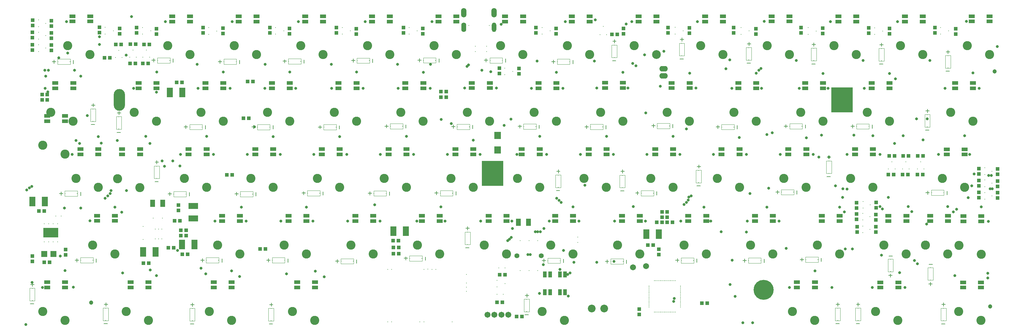
<source format=gbs>
G04 Layer_Color=8150272*
%FSLAX44Y44*%
%MOMM*%
G71*
G01*
G75*
%ADD10C,0.1000*%
%ADD19C,0.2032*%
%ADD53C,1.2032*%
%ADD54C,1.7032*%
%ADD55C,1.7032*%
%ADD56C,2.6032*%
%ADD57C,2.5032*%
%ADD58C,1.4032*%
%ADD59C,0.2032*%
%ADD60O,1.3032X2.7032*%
%ADD61O,1.4032X2.7032*%
%ADD62O,1.5032X2.7032*%
%ADD63O,2.4032X1.6032*%
%ADD64C,5.7032*%
%ADD65C,2.2032*%
%ADD66R,6.2032X7.2032*%
%ADD67C,0.8032*%
%ADD68R,1.7032X1.0032*%
%ADD69R,1.0032X1.7032*%
%ADD70O,3.2032X6.2032*%
%ADD71R,1.1032X1.1032*%
%ADD72R,1.1032X1.1032*%
%ADD73R,1.1032X1.1032*%
%ADD74R,1.1032X1.1032*%
%ADD75R,1.7272X2.7432*%
%ADD76R,1.4032X2.0032*%
%ADD77R,4.2032X2.7032*%
%ADD78R,2.7432X1.7272*%
%ADD79R,1.7032X1.7032*%
%ADD80R,1.8532X2.0532*%
%ADD81C,0.1600*%
D10*
X1498316Y2473932D02*
Y2509932D01*
X1483316Y2473932D02*
Y2509932D01*
X1498316D02*
X1483316D01*
X1498316Y2473932D02*
X1483316D01*
X3591022Y2243740D02*
X3576022Y2243740D01*
X3591022Y2207740D02*
X3576022Y2207740D01*
X3591022Y2207740D02*
Y2243740D01*
X3576022Y2207740D02*
Y2243740D01*
X3754598Y2789400D02*
X3739598Y2789400D01*
X3754598Y2825400D02*
X3739598Y2825400D01*
Y2789400D02*
Y2825400D01*
X3754598Y2789400D02*
Y2825400D01*
X3564861Y2809974D02*
Y2845974D01*
X3549861Y2809974D02*
Y2845974D01*
X3564861Y2845974D02*
X3549861Y2845974D01*
X3564861Y2809974D02*
X3549861Y2809974D01*
X3371820Y2810482D02*
X3356820Y2810482D01*
X3371820Y2846482D02*
X3356820Y2846482D01*
Y2810482D02*
Y2846482D01*
X3371820Y2810482D02*
Y2846482D01*
X3186908Y2812260D02*
X3171908D01*
X3186908Y2848260D02*
X3171908D01*
Y2812260D02*
Y2848260D01*
X3186908Y2812260D02*
Y2848260D01*
X2995646Y2824706D02*
X2980646D01*
X2995646Y2860706D02*
X2980646D01*
Y2824706D02*
Y2860706D01*
X2995646Y2824706D02*
Y2860706D01*
X2803114Y2819626D02*
X2788114D01*
X2803114Y2855626D02*
X2788114D01*
Y2819626D02*
Y2855626D01*
X2803114Y2819626D02*
Y2855626D01*
X2668860Y2800214D02*
Y2815214D01*
X2632860Y2800214D02*
Y2815214D01*
X2668860Y2800214D02*
X2632860D01*
X2668860Y2815214D02*
X2632860D01*
X2476860Y2803964D02*
Y2818964D01*
X2440860Y2803964D02*
Y2818964D01*
X2476860Y2803964D02*
X2440860D01*
X2476860Y2818964D02*
X2440860D01*
X2286860Y2804214D02*
Y2819214D01*
X2250860Y2804214D02*
Y2819214D01*
X2286860Y2804214D02*
X2250860D01*
X2286860Y2819214D02*
X2250860D01*
X2097860Y2803464D02*
Y2818464D01*
X2061860Y2803464D02*
Y2818464D01*
X2097860Y2803464D02*
X2061860D01*
X2097860Y2818464D02*
X2061860D01*
X1902360Y2801214D02*
Y2816214D01*
X1866360Y2801214D02*
Y2816214D01*
X1902360Y2801214D02*
X1866360D01*
X1902360Y2816214D02*
X1866360D01*
X1718110Y2800214D02*
Y2815214D01*
X1682110Y2800214D02*
Y2815214D01*
X1718110Y2800214D02*
X1682110D01*
X1718110Y2815214D02*
X1682110D01*
X1528610Y2803964D02*
Y2818964D01*
X1492610Y2803964D02*
Y2818964D01*
X1528610Y2803964D02*
X1492610D01*
X1528610Y2818964D02*
X1492610D01*
X1244360Y2800214D02*
Y2815214D01*
X1208360Y2800214D02*
Y2815214D01*
X1244360Y2800214D02*
X1208360D01*
X1244360Y2815214D02*
X1208360D01*
X3695924Y2620998D02*
X3680924Y2620998D01*
X3695924Y2656998D02*
X3680924Y2656998D01*
Y2620998D02*
Y2656998D01*
X3695924Y2620998D02*
Y2656998D01*
X3522360Y2615464D02*
Y2630464D01*
X3486360Y2615464D02*
Y2630464D01*
X3522360Y2615464D02*
X3486360D01*
X3522360Y2630464D02*
X3486360D01*
X3331610Y2615714D02*
Y2630714D01*
X3295610Y2615714D02*
Y2630714D01*
X3331610Y2615714D02*
X3295610D01*
X3331610Y2630714D02*
X3295610D01*
X3137610Y2628714D02*
X3101610D01*
X3137610Y2613714D02*
X3101610D01*
Y2628714D01*
X3137610Y2613714D02*
Y2628714D01*
X2953860Y2616714D02*
Y2631714D01*
X2917860Y2616714D02*
Y2631714D01*
X2953860Y2616714D02*
X2917860D01*
X2953860Y2631714D02*
X2917860D01*
X2763360Y2613964D02*
Y2628964D01*
X2727361Y2613964D02*
Y2628964D01*
X2763360Y2613964D02*
X2727361D01*
X2763360Y2628964D02*
X2727361D01*
X2572860Y2614964D02*
Y2629964D01*
X2536860Y2614964D02*
Y2629964D01*
X2572860Y2614964D02*
X2536860D01*
X2572860Y2629964D02*
X2536860D01*
X2383110Y2614214D02*
Y2629214D01*
X2347110Y2614214D02*
Y2629214D01*
X2383110Y2614214D02*
X2347110D01*
X2383110Y2629214D02*
X2347110D01*
X2192610Y2615714D02*
Y2630714D01*
X2156610Y2615714D02*
Y2630714D01*
X2192610Y2615714D02*
X2156610D01*
X2192610Y2630714D02*
X2156610D01*
X2003110Y2613214D02*
Y2628214D01*
X1967110Y2613214D02*
Y2628214D01*
X2003110Y2613214D02*
X1967110D01*
X2003110Y2628214D02*
X1967110D01*
X1813860Y2613464D02*
Y2628464D01*
X1777860Y2613464D02*
Y2628464D01*
X1813860Y2613464D02*
X1777860D01*
X1813860Y2628464D02*
X1777860D01*
X1620860Y2613714D02*
Y2628714D01*
X1584860Y2613714D02*
Y2628714D01*
X1620860Y2613714D02*
X1584860D01*
X1620860Y2628714D02*
X1584860D01*
X1390366Y2614902D02*
Y2650902D01*
X1375366Y2614902D02*
Y2650902D01*
X1390366D02*
X1375366D01*
X1390366Y2614902D02*
X1375366D01*
X1316706Y2637254D02*
X1301706Y2637254D01*
X1316706Y2673254D02*
X1301706Y2673254D01*
Y2637254D02*
Y2673254D01*
X1316706Y2637254D02*
Y2673254D01*
X1309610Y2247964D02*
X1273610D01*
X1309610Y2232964D02*
X1273610D01*
Y2247964D01*
X1309610Y2232964D02*
Y2247964D01*
X3735860Y2425964D02*
Y2440964D01*
X3699861Y2425964D02*
Y2440964D01*
X3735860Y2425964D02*
X3699861D01*
X3735860Y2440964D02*
X3699861D01*
X3415000Y2488410D02*
X3400000Y2488410D01*
X3415000Y2524410D02*
X3400000Y2524410D01*
Y2488410D02*
Y2524410D01*
X3415000Y2488410D02*
Y2524410D01*
X3307832Y2427493D02*
Y2442493D01*
X3271832Y2427493D02*
Y2442493D01*
X3307832Y2427493D02*
X3271832D01*
X3307832Y2442493D02*
X3271832D01*
X3043611Y2461964D02*
X3028611D01*
X3043611Y2497964D02*
X3028611D01*
Y2461964D02*
Y2497964D01*
X3043611Y2461964D02*
Y2497964D01*
X2907860Y2424714D02*
Y2439714D01*
X2871860Y2424714D02*
Y2439714D01*
X2907860Y2424714D02*
X2871860D01*
X2907860Y2439714D02*
X2871860D01*
X2826111Y2447714D02*
X2811111D01*
X2826111Y2483714D02*
X2811111D01*
Y2447714D02*
Y2483714D01*
X2826111Y2447714D02*
Y2483714D01*
X2643110Y2448214D02*
X2628110D01*
X2643110Y2484214D02*
X2628110D01*
Y2448214D02*
Y2484214D01*
X2643110Y2448214D02*
Y2484214D01*
X2335110Y2424714D02*
Y2439714D01*
X2299110Y2424714D02*
Y2439714D01*
X2335110Y2424714D02*
X2299110D01*
X2335110Y2439714D02*
X2299110D01*
X2145610Y2423964D02*
Y2438964D01*
X2109610Y2423964D02*
Y2438964D01*
X2145610Y2423964D02*
X2109610D01*
X2145610Y2438964D02*
X2109610D01*
X1956360Y2424464D02*
Y2439464D01*
X1920360Y2424464D02*
Y2439464D01*
X1956360Y2424464D02*
X1920360D01*
X1956360Y2439464D02*
X1920360D01*
X1765110Y2422214D02*
Y2437214D01*
X1729110Y2422214D02*
Y2437214D01*
X1765110Y2422214D02*
X1729110D01*
X1765110Y2437214D02*
X1729110D01*
X1575110Y2422214D02*
Y2437214D01*
X1539110Y2422214D02*
Y2437214D01*
X1575110Y2422214D02*
X1539110D01*
X1575110Y2437214D02*
X1539110D01*
X1264860Y2423464D02*
Y2438464D01*
X1228860Y2423464D02*
Y2438464D01*
X1264860Y2423464D02*
X1228860D01*
X1264860Y2438464D02*
X1228860D01*
X3705068Y2219610D02*
X3690068D01*
X3705068Y2183610D02*
X3690068D01*
X3705068D02*
Y2219610D01*
X3690068Y2183610D02*
Y2219610D01*
X3377110Y2234714D02*
Y2249714D01*
X3341111Y2234714D02*
Y2249714D01*
X3377110Y2234714D02*
X3341111D01*
X3377110Y2249714D02*
X3341111D01*
X3214154Y2232118D02*
Y2247118D01*
X3178154Y2232118D02*
Y2247118D01*
X3214154Y2232118D02*
X3178154D01*
X3214154Y2247118D02*
X3178154D01*
X3022130Y2232372D02*
Y2247372D01*
X2986130Y2232372D02*
Y2247372D01*
X3022130Y2232372D02*
X2986130D01*
X3022130Y2247372D02*
X2986130D01*
X2821610Y2229464D02*
Y2244464D01*
X2785610Y2229464D02*
Y2244464D01*
X2821610Y2229464D02*
X2785610D01*
X2821610Y2244464D02*
X2785610D01*
X2641892Y2231864D02*
Y2246864D01*
X2605892Y2231864D02*
Y2246864D01*
X2641892Y2231864D02*
X2605892D01*
X2641892Y2246864D02*
X2605892D01*
X2384610Y2285214D02*
Y2321214D01*
X2369610Y2285214D02*
Y2321214D01*
X2384610D02*
X2369610D01*
X2384610Y2285214D02*
X2369610D01*
X2247860Y2238214D02*
Y2253214D01*
X2211860Y2238214D02*
Y2253214D01*
X2247860Y2238214D02*
X2211860D01*
X2247860Y2253214D02*
X2211860D01*
X2052110Y2230214D02*
Y2245214D01*
X2016110Y2230214D02*
Y2245214D01*
X2052110Y2230214D02*
X2016110D01*
X2052110Y2245214D02*
X2016110D01*
X1856110Y2232964D02*
Y2247964D01*
X1820110Y2232964D02*
Y2247964D01*
X1856110Y2232964D02*
X1820110D01*
X1856110Y2247964D02*
X1820110D01*
X1667860Y2232964D02*
Y2247964D01*
X1631860Y2232964D02*
Y2247964D01*
X1667860Y2232964D02*
X1631860D01*
X1667860Y2247964D02*
X1631860D01*
X3741860Y2067714D02*
X3726860D01*
X3741860Y2103714D02*
X3726860D01*
Y2067714D02*
Y2103714D01*
X3741860Y2067714D02*
Y2103714D01*
X3498110Y2067964D02*
X3483110D01*
X3498110Y2103964D02*
X3483110D01*
Y2067964D02*
Y2103964D01*
X3498110Y2067964D02*
Y2103964D01*
X3440360Y2067964D02*
X3425360D01*
X3440360Y2103964D02*
X3425360D01*
Y2067964D02*
Y2103964D01*
X3440360Y2067964D02*
Y2103964D01*
X2553610Y2093464D02*
Y2129464D01*
X2538610Y2093464D02*
Y2129464D01*
X2553610D02*
X2538610D01*
X2553610Y2093464D02*
X2538610D01*
X1824341Y2067334D02*
X1809341D01*
X1824341Y2103334D02*
X1809341D01*
Y2067334D02*
Y2103334D01*
X1824341Y2067334D02*
Y2103334D01*
X1599610Y2067214D02*
X1584610D01*
X1599610Y2103214D02*
X1584610D01*
Y2067214D02*
Y2103214D01*
X1599610Y2067214D02*
Y2103214D01*
X1352860Y2067964D02*
X1337860D01*
X1352860Y2103964D02*
X1337860D01*
Y2067964D02*
Y2103964D01*
X1352860Y2067964D02*
Y2103964D01*
X1143360Y2124714D02*
X1128360D01*
X1143360Y2160714D02*
X1128360D01*
Y2124714D02*
Y2160714D01*
X1143360Y2124714D02*
Y2160714D01*
D19*
X1496324Y2520488D02*
X1486324D01*
X1491324Y2515598D02*
Y2525598D01*
X1495482Y2465008D02*
X1485482D01*
X3588857Y2252664D02*
X3578856Y2252664D01*
X3583014Y2192074D02*
Y2202074D01*
X3588014Y2197184D02*
X3578015D01*
X3751764Y2780476D02*
X3741764D01*
X3747607Y2831066D02*
X3747606Y2841066D01*
X3752606Y2835956D02*
X3742607Y2835956D01*
X3562868Y2856530D02*
X3552868Y2856530D01*
X3557868Y2851640D02*
X3557868Y2861640D01*
X3562026Y2801050D02*
X3552026D01*
X3368986Y2801558D02*
X3358986D01*
X3364828Y2852148D02*
X3364828Y2862148D01*
X3369828Y2857038D02*
X3359828Y2857038D01*
X3184074Y2803336D02*
X3174074D01*
X3179916Y2853926D02*
X3179916Y2863926D01*
X3184916Y2858816D02*
X3174916D01*
X2992812Y2815782D02*
X2982812D01*
X2988654Y2866372D02*
X2988654Y2876372D01*
X2993654Y2871262D02*
X2983654D01*
X2800280Y2810702D02*
X2790280D01*
X2796122Y2861292D02*
X2796122Y2871292D01*
X2801122Y2866182D02*
X2791122D01*
X2677784Y2802380D02*
Y2812380D01*
X2627195Y2808222D02*
X2617195D01*
X2622304Y2803222D02*
Y2813222D01*
X2485784Y2806130D02*
Y2816130D01*
X2435194Y2811972D02*
X2425194D01*
X2430304Y2806972D02*
Y2816972D01*
X2295784Y2806380D02*
Y2816380D01*
X2245194Y2812222D02*
X2235194D01*
X2240304Y2807222D02*
Y2817222D01*
X2106784Y2805630D02*
Y2815630D01*
X2056194Y2811472D02*
X2046194D01*
X2051304Y2806472D02*
Y2816472D01*
X1911284Y2803380D02*
Y2813380D01*
X1860694Y2809222D02*
X1850694D01*
X1855804Y2804222D02*
Y2814222D01*
X1727034Y2802380D02*
Y2812380D01*
X1676444Y2808222D02*
X1666444D01*
X1671554Y2803222D02*
Y2813222D01*
X1537534Y2806130D02*
Y2816130D01*
X1486944Y2811972D02*
X1476944D01*
X1482054Y2806972D02*
Y2816972D01*
X1253284Y2802380D02*
Y2812380D01*
X1202694Y2808222D02*
X1192694D01*
X1197804Y2803222D02*
Y2813222D01*
X3693090Y2612074D02*
X3683090D01*
X3688932Y2662664D02*
X3688932Y2672664D01*
X3693932Y2667554D02*
X3683932Y2667554D01*
X3531284Y2617630D02*
Y2627630D01*
X3480694Y2623472D02*
X3470694D01*
X3475804Y2618472D02*
Y2628472D01*
X3340534Y2617880D02*
Y2627880D01*
X3289944Y2623722D02*
X3279944D01*
X3285054Y2618722D02*
Y2628722D01*
X3091054Y2616722D02*
Y2626722D01*
X3095945Y2621722D02*
X3085944D01*
X3146534Y2615880D02*
Y2625880D01*
X2962784Y2618880D02*
Y2628880D01*
X2912195Y2624722D02*
X2902194D01*
X2907304Y2619722D02*
Y2629722D01*
X2772284Y2616130D02*
Y2626130D01*
X2721694Y2621972D02*
X2711694D01*
X2716804Y2616972D02*
Y2626972D01*
X2581784Y2617130D02*
Y2627130D01*
X2531194Y2622972D02*
X2521194D01*
X2526304Y2617972D02*
Y2627972D01*
X2392034Y2616380D02*
Y2626380D01*
X2341444Y2622222D02*
X2331444D01*
X2336554Y2617222D02*
Y2627222D01*
X2201534Y2617880D02*
Y2627880D01*
X2150944Y2623722D02*
X2140944D01*
X2146054Y2618722D02*
Y2628722D01*
X2012034Y2615380D02*
Y2625380D01*
X1961444Y2621222D02*
X1951444D01*
X1956554Y2616222D02*
Y2626222D01*
X1822784Y2615630D02*
Y2625630D01*
X1772194Y2621472D02*
X1762194D01*
X1767304Y2616472D02*
Y2626472D01*
X1629784Y2615880D02*
Y2625880D01*
X1579194Y2621722D02*
X1569194D01*
X1574304Y2616722D02*
Y2626722D01*
X1388374Y2661458D02*
X1378374D01*
X1383374Y2656568D02*
X1383374Y2666568D01*
X1387532Y2605978D02*
X1377532D01*
X1313872Y2628330D02*
X1303872D01*
X1309714Y2678920D02*
X1309714Y2688920D01*
X1314714Y2683810D02*
X1304714Y2683810D01*
X1263054Y2235972D02*
Y2245972D01*
X1267944Y2240972D02*
X1257944D01*
X1318534Y2235130D02*
Y2245130D01*
X3744785Y2428130D02*
Y2438130D01*
X3694194Y2433972D02*
X3684194D01*
X3689305Y2428972D02*
Y2438972D01*
X3412166Y2479486D02*
X3402166D01*
X3408008Y2530076D02*
X3408008Y2540076D01*
X3413008Y2534966D02*
X3403008Y2534966D01*
X3316756Y2429659D02*
Y2439659D01*
X3266166Y2435501D02*
X3256166D01*
X3261276Y2430501D02*
Y2440501D01*
X3040776Y2453040D02*
X3030776D01*
X3036618Y2503630D02*
Y2513630D01*
X3041618Y2508520D02*
X3031618D01*
X2916784Y2426880D02*
Y2436880D01*
X2866194Y2432722D02*
X2856194D01*
X2861304Y2427722D02*
Y2437722D01*
X2823276Y2438790D02*
X2813276D01*
X2819118Y2489380D02*
Y2499380D01*
X2824118Y2494270D02*
X2814118D01*
X2640276Y2439290D02*
X2630276D01*
X2636118Y2489880D02*
Y2499880D01*
X2641118Y2494770D02*
X2631118D01*
X2344034Y2426880D02*
Y2436880D01*
X2293444Y2432722D02*
X2283444D01*
X2288554Y2427722D02*
Y2437722D01*
X2154534Y2426130D02*
Y2436130D01*
X2103944Y2431972D02*
X2093944D01*
X2099054Y2426972D02*
Y2436972D01*
X1965284Y2426630D02*
Y2436630D01*
X1914694Y2432472D02*
X1904694D01*
X1909804Y2427472D02*
Y2437472D01*
X1774034Y2424380D02*
Y2434380D01*
X1723444Y2430222D02*
X1713444D01*
X1718554Y2425222D02*
Y2435222D01*
X1584034Y2424380D02*
Y2434380D01*
X1533444Y2430222D02*
X1523444D01*
X1528554Y2425222D02*
Y2435222D01*
X1273784Y2425630D02*
Y2435630D01*
X1223194Y2431472D02*
X1213194D01*
X1218304Y2426472D02*
Y2436472D01*
X3702903Y2228534D02*
X3692903D01*
X3697060Y2167944D02*
X3697060Y2177944D01*
X3702060Y2173054D02*
X3692061Y2173054D01*
X3386035Y2236880D02*
Y2246880D01*
X3335444Y2242722D02*
X3325444D01*
X3330554Y2237722D02*
Y2247722D01*
X3223078Y2234284D02*
Y2244284D01*
X3172488Y2240126D02*
X3162488D01*
X3167598Y2235126D02*
Y2245126D01*
X3031054Y2234538D02*
Y2244538D01*
X2980464Y2240380D02*
X2970464D01*
X2975574Y2235380D02*
Y2245380D01*
X2830534Y2231630D02*
Y2241630D01*
X2779944Y2237472D02*
X2769944D01*
X2775054Y2232472D02*
Y2242472D01*
X2650816Y2234030D02*
Y2244030D01*
X2600226Y2239872D02*
X2590226D01*
X2595336Y2234872D02*
Y2244872D01*
X2382618Y2331770D02*
X2372618D01*
X2377618Y2326880D02*
Y2336880D01*
X2381776Y2276290D02*
X2371776D01*
X2256784Y2240380D02*
Y2250380D01*
X2206194Y2246222D02*
X2196194D01*
X2201304Y2241222D02*
Y2251222D01*
X2061034Y2232380D02*
Y2242380D01*
X2010444Y2238222D02*
X2000444D01*
X2005554Y2233222D02*
Y2243222D01*
X1865034Y2235130D02*
Y2245130D01*
X1814444Y2240972D02*
X1804444D01*
X1809554Y2235972D02*
Y2245972D01*
X1676784Y2235130D02*
Y2245130D01*
X1626194Y2240972D02*
X1616194D01*
X1621304Y2235972D02*
Y2245972D01*
X3739026Y2058790D02*
X3729026D01*
X3734868Y2109380D02*
Y2119380D01*
X3739868Y2114270D02*
X3729868D01*
X3495276Y2059040D02*
X3485276D01*
X3491118Y2109630D02*
Y2119630D01*
X3496118Y2114520D02*
X3486118D01*
X3437526Y2059040D02*
X3427526D01*
X3433368Y2109630D02*
Y2119630D01*
X3438368Y2114520D02*
X3428369D01*
X2551618Y2140020D02*
X2541618D01*
X2546618Y2135130D02*
Y2145130D01*
X2550776Y2084540D02*
X2540776D01*
X1821506Y2058410D02*
X1811506D01*
X1817348Y2109000D02*
Y2119000D01*
X1822348Y2113890D02*
X1812348D01*
X1596776Y2058290D02*
X1586776D01*
X1592618Y2108880D02*
Y2118880D01*
X1597618Y2113770D02*
X1587618D01*
X1350026Y2059040D02*
X1340026D01*
X1345868Y2109630D02*
Y2119630D01*
X1350868Y2114520D02*
X1340868D01*
X1140526Y2115790D02*
X1130526D01*
X1136368Y2166380D02*
Y2176380D01*
X1141368Y2171270D02*
X1131368D01*
D53*
X3867860Y2108714D02*
D03*
X1303860Y2119464D02*
D03*
X3880110Y2779964D02*
D03*
D54*
X2886272Y2223653D02*
D03*
X2848585Y2220198D02*
D03*
X2433736Y2084856D02*
D03*
X2493736D02*
D03*
D55*
X2453736D02*
D03*
X2473736D02*
D03*
D56*
X1165864Y2568814D02*
D03*
X1229364Y2543414D02*
D03*
X1379563Y2473814D02*
D03*
X1443063Y2448414D02*
D03*
X3841840Y2257744D02*
D03*
X3778340Y2283144D02*
D03*
X3564563Y2283814D02*
D03*
X3628063Y2258414D02*
D03*
X3604354Y2068414D02*
D03*
X3540854Y2093814D02*
D03*
X2471770Y2853714D02*
D03*
X2535270Y2828314D02*
D03*
X3485264D02*
D03*
X3421764Y2853714D02*
D03*
X3865470Y2828314D02*
D03*
X3801971Y2853714D02*
D03*
X3611844D02*
D03*
X3675344Y2828314D02*
D03*
X3231717Y2853714D02*
D03*
X3295217Y2828314D02*
D03*
X3105461D02*
D03*
X3041960Y2853714D02*
D03*
X2852237D02*
D03*
X2662010Y2853814D02*
D03*
X2725510Y2828414D02*
D03*
X2345304Y2828314D02*
D03*
X2281804Y2853714D02*
D03*
X2155194Y2828314D02*
D03*
X2091694Y2853714D02*
D03*
X1965087Y2828314D02*
D03*
X1901587Y2853714D02*
D03*
X1711990D02*
D03*
X1775490Y2828314D02*
D03*
X1585380D02*
D03*
X1521880Y2853714D02*
D03*
X1237327D02*
D03*
X1300827Y2828314D02*
D03*
X3818154Y2637814D02*
D03*
X3754654Y2663214D02*
D03*
X3516720Y2663128D02*
D03*
X3580220Y2637728D02*
D03*
X3390617Y2637814D02*
D03*
X3327117Y2663214D02*
D03*
X3137007D02*
D03*
X3200507Y2637814D02*
D03*
X2946744Y2663214D02*
D03*
X3010244Y2637814D02*
D03*
X2756634Y2663214D02*
D03*
X2820134Y2637814D02*
D03*
X2630540D02*
D03*
X2567040Y2663214D02*
D03*
X2376930D02*
D03*
X2440430Y2637814D02*
D03*
X2250644D02*
D03*
X2187144Y2663214D02*
D03*
X1996827D02*
D03*
X2060327Y2637814D02*
D03*
X1870437D02*
D03*
X1806937Y2663214D02*
D03*
X1616827D02*
D03*
X1680327Y2637814D02*
D03*
X1490217D02*
D03*
X1426717Y2663214D02*
D03*
X1252594Y2637814D02*
D03*
X1189094Y2663214D02*
D03*
X1371634Y2258414D02*
D03*
X1308134Y2283814D02*
D03*
X3731154Y2473914D02*
D03*
X3794654Y2448514D02*
D03*
X3533290D02*
D03*
X3469790Y2473914D02*
D03*
X3279414D02*
D03*
X3342914Y2448514D02*
D03*
X3152537D02*
D03*
X3089037Y2473914D02*
D03*
X2899387D02*
D03*
X2962887Y2448514D02*
D03*
X2709601Y2473914D02*
D03*
X2773100Y2448514D02*
D03*
X2519224Y2473914D02*
D03*
X2582724Y2448514D02*
D03*
X2329654Y2473914D02*
D03*
X2393154Y2448514D02*
D03*
X2139277Y2473914D02*
D03*
X2202777Y2448514D02*
D03*
X2012494D02*
D03*
X1948994Y2473914D02*
D03*
X1759400D02*
D03*
X1822900Y2448514D02*
D03*
X1632790D02*
D03*
X1569290Y2473914D02*
D03*
X1324150Y2448514D02*
D03*
X1260650Y2473914D02*
D03*
X3746764Y2258414D02*
D03*
X3683264Y2283814D02*
D03*
X3374464D02*
D03*
X3437964Y2258414D02*
D03*
X3247854D02*
D03*
X3184354Y2283814D02*
D03*
X2994244D02*
D03*
X3057744Y2258414D02*
D03*
X2868150D02*
D03*
X2804650Y2283814D02*
D03*
X2614540D02*
D03*
X2678040Y2258414D02*
D03*
X2487930D02*
D03*
X2424430Y2283814D02*
D03*
X2234250D02*
D03*
X2297750Y2258414D02*
D03*
X2108157D02*
D03*
X2044657Y2283814D02*
D03*
X1917797Y2258414D02*
D03*
X1854297Y2283814D02*
D03*
X1664727D02*
D03*
X1728227Y2258414D02*
D03*
X3778010Y2093814D02*
D03*
X3841510Y2068414D02*
D03*
X3366931D02*
D03*
X3303430Y2093814D02*
D03*
X2590307D02*
D03*
X2653807Y2068414D02*
D03*
X1878274Y2093814D02*
D03*
X1941774Y2068414D02*
D03*
X1704250D02*
D03*
X1640750Y2093814D02*
D03*
X1403960D02*
D03*
X1467460Y2068414D02*
D03*
X1228944D02*
D03*
X1165444Y2093814D02*
D03*
D57*
X2915737Y2828314D02*
D03*
D58*
X2587610Y2253614D02*
D03*
X2517610D02*
D03*
D59*
X2149535Y2064797D02*
D03*
X2160965D02*
D03*
X2241107D02*
D03*
X2252608D02*
D03*
X2333108D02*
D03*
X2374207Y2151749D02*
D03*
Y2163749D02*
D03*
Y2175749D02*
D03*
Y2199749D02*
D03*
X2287108Y2214785D02*
D03*
X2275607D02*
D03*
X2264108Y2215165D02*
D03*
X2252608Y2214785D02*
D03*
X2160608D02*
D03*
X2149281D02*
D03*
X2894638Y2167180D02*
D03*
Y2163180D02*
D03*
X2894638Y2159180D02*
D03*
X2894638Y2155180D02*
D03*
Y2151180D02*
D03*
Y2147180D02*
D03*
Y2143180D02*
D03*
Y2139180D02*
D03*
Y2135180D02*
D03*
Y2131180D02*
D03*
Y2127180D02*
D03*
Y2123180D02*
D03*
Y2119180D02*
D03*
Y2115180D02*
D03*
Y2111180D02*
D03*
Y2107180D02*
D03*
X2909638Y2092180D02*
D03*
X2913638D02*
D03*
X2917639D02*
D03*
X2921638D02*
D03*
X2925638D02*
D03*
X2929638D02*
D03*
X2933638Y2092180D02*
D03*
X2937639D02*
D03*
X2941638Y2092180D02*
D03*
X2945638D02*
D03*
X2949638D02*
D03*
X2953638D02*
D03*
X2957639D02*
D03*
X2961638D02*
D03*
X2965638D02*
D03*
X2969638D02*
D03*
X2984638Y2107180D02*
D03*
Y2111180D02*
D03*
Y2115180D02*
D03*
Y2119180D02*
D03*
Y2123180D02*
D03*
Y2127180D02*
D03*
Y2131180D02*
D03*
Y2135180D02*
D03*
Y2139180D02*
D03*
Y2143180D02*
D03*
Y2147180D02*
D03*
Y2151180D02*
D03*
Y2155180D02*
D03*
Y2159180D02*
D03*
Y2163180D02*
D03*
Y2167180D02*
D03*
X2969638Y2182180D02*
D03*
X2965638D02*
D03*
X2961638Y2182180D02*
D03*
X2957638Y2182180D02*
D03*
X2953638D02*
D03*
X2949638D02*
D03*
X2945638D02*
D03*
X2941638D02*
D03*
X2937639D02*
D03*
X2933638D02*
D03*
X2929638D02*
D03*
X2925638D02*
D03*
X2921638D02*
D03*
X2917639D02*
D03*
X2913638D02*
D03*
X2909638Y2182180D02*
D03*
X1490816Y2474432D02*
D03*
Y2509432D02*
D03*
X3583522Y2208240D02*
D03*
X3583522Y2243240D02*
D03*
X2484010Y2218214D02*
D03*
X2466210D02*
D03*
X2527610Y2211114D02*
D03*
Y2296114D02*
D03*
X2552610Y2211114D02*
D03*
Y2296114D02*
D03*
X2577610Y2211114D02*
D03*
X2577610Y2296114D02*
D03*
X2691220Y2291192D02*
D03*
Y2306592D02*
D03*
X2479260Y2143214D02*
D03*
X2461460D02*
D03*
X1451620Y2337218D02*
D03*
Y2300218D02*
D03*
X1506632Y2360912D02*
D03*
X1480632D02*
D03*
X3747098Y2824900D02*
D03*
Y2789900D02*
D03*
X3557360Y2810474D02*
D03*
Y2845474D02*
D03*
X3364320Y2845982D02*
D03*
Y2810982D02*
D03*
X3179408Y2847760D02*
D03*
Y2812760D02*
D03*
X2988146Y2860206D02*
D03*
Y2825206D02*
D03*
X2795614Y2855126D02*
D03*
Y2820126D02*
D03*
X2633360Y2807714D02*
D03*
X2668360D02*
D03*
X2441360Y2811464D02*
D03*
X2476360D02*
D03*
X2251360Y2811714D02*
D03*
X2286360D02*
D03*
X2062360Y2810964D02*
D03*
X2097360D02*
D03*
X1866860Y2808714D02*
D03*
X1901860D02*
D03*
X1682610Y2807714D02*
D03*
X1717610D02*
D03*
X1493110Y2811464D02*
D03*
X1528110D02*
D03*
X1208860Y2807714D02*
D03*
X1243860D02*
D03*
X3688424Y2656498D02*
D03*
Y2621498D02*
D03*
X3486860Y2622964D02*
D03*
X3521860D02*
D03*
X3296110Y2623214D02*
D03*
X3331110D02*
D03*
X3137110Y2621214D02*
D03*
X3102110D02*
D03*
X2918360Y2624214D02*
D03*
X2953360D02*
D03*
X2727860Y2621464D02*
D03*
X2762860D02*
D03*
X2537360Y2622464D02*
D03*
X2572360D02*
D03*
X2347610Y2621714D02*
D03*
X2382610D02*
D03*
X2157110Y2623214D02*
D03*
X2192110D02*
D03*
X1967610Y2620714D02*
D03*
X2002610D02*
D03*
X1778360Y2620964D02*
D03*
X1813360D02*
D03*
X1585360Y2621214D02*
D03*
X1620360D02*
D03*
X1382866Y2615402D02*
D03*
Y2650402D02*
D03*
X1309206Y2672754D02*
D03*
X1309206Y2637754D02*
D03*
X1309110Y2240464D02*
D03*
X1274110Y2240464D02*
D03*
X3700360Y2433464D02*
D03*
X3735360D02*
D03*
X3407500Y2523910D02*
D03*
X3407500Y2488910D02*
D03*
X3272332Y2434993D02*
D03*
X3307332D02*
D03*
X3036111Y2497464D02*
D03*
Y2462464D02*
D03*
X2872361Y2432214D02*
D03*
X2907361D02*
D03*
X2818611Y2483214D02*
D03*
Y2448214D02*
D03*
X2635610Y2483714D02*
D03*
Y2448714D02*
D03*
X2299610Y2432214D02*
D03*
X2334610D02*
D03*
X2110110Y2431464D02*
D03*
X2145110D02*
D03*
X1920860Y2431964D02*
D03*
X1955860D02*
D03*
X1729610Y2429714D02*
D03*
X1764610D02*
D03*
X1539610D02*
D03*
X1574610D02*
D03*
X1229360Y2430964D02*
D03*
X1264360D02*
D03*
X3697568Y2184110D02*
D03*
Y2219110D02*
D03*
X3341610Y2242214D02*
D03*
X3376610D02*
D03*
X3178654Y2239618D02*
D03*
X3213654D02*
D03*
X2986630Y2239872D02*
D03*
X3021630D02*
D03*
X2786111Y2236964D02*
D03*
X2821110D02*
D03*
X2606392Y2239364D02*
D03*
X2641392D02*
D03*
X2377110Y2285714D02*
D03*
Y2320714D02*
D03*
X2212360Y2245714D02*
D03*
X2247360D02*
D03*
X2016610Y2237714D02*
D03*
X2051610D02*
D03*
X1820610Y2240464D02*
D03*
X1855610D02*
D03*
X1632360D02*
D03*
X1667360D02*
D03*
X3734360Y2103214D02*
D03*
Y2068214D02*
D03*
X3490610Y2103464D02*
D03*
Y2068464D02*
D03*
X3432860Y2103464D02*
D03*
Y2068464D02*
D03*
X2546110Y2093964D02*
D03*
Y2128964D02*
D03*
X1816840Y2102834D02*
D03*
X1816841Y2067834D02*
D03*
X1592110Y2102714D02*
D03*
X1592110Y2067714D02*
D03*
X1345360Y2103464D02*
D03*
Y2068464D02*
D03*
X1135860Y2160214D02*
D03*
X1135860Y2125214D02*
D03*
X1460889Y2840702D02*
D03*
X1470287Y2820382D02*
D03*
X1451237D02*
D03*
X1174265Y2846503D02*
D03*
X1153945Y2837105D02*
D03*
Y2856155D02*
D03*
X3669475Y2521338D02*
D03*
X3678873Y2501018D02*
D03*
X3659823D02*
D03*
X3524934Y2328590D02*
D03*
X3504614Y2319192D02*
D03*
Y2338242D02*
D03*
X3872285Y2424191D02*
D03*
X3851964Y2414793D02*
D03*
X3851964Y2433843D02*
D03*
X1423242Y2840952D02*
D03*
X1432640Y2820632D02*
D03*
X1413590D02*
D03*
X1174265Y2882063D02*
D03*
X1153945Y2872665D02*
D03*
Y2891715D02*
D03*
X3627173Y2522028D02*
D03*
X3636571Y2501708D02*
D03*
X3617521D02*
D03*
X3524942Y2365030D02*
D03*
X3504622Y2355632D02*
D03*
X3504622Y2374682D02*
D03*
X3872285Y2460441D02*
D03*
X3851964Y2451043D02*
D03*
X3851964Y2470093D02*
D03*
X1382722Y2840452D02*
D03*
X1392120Y2820132D02*
D03*
X1373070D02*
D03*
X1174265Y2917242D02*
D03*
X1153945Y2907844D02*
D03*
Y2926894D02*
D03*
X3587153Y2521778D02*
D03*
X3596551Y2501458D02*
D03*
X3577501D02*
D03*
X3525450Y2398672D02*
D03*
X3505130Y2389274D02*
D03*
X3505130Y2408324D02*
D03*
X3872520Y2494757D02*
D03*
X3852200Y2485359D02*
D03*
Y2504409D02*
D03*
X3726188Y2905329D02*
D03*
Y2886279D02*
D03*
X3749348Y2895677D02*
D03*
X3538164Y2904829D02*
D03*
Y2885779D02*
D03*
X3561324Y2895177D02*
D03*
X3348180Y2905079D02*
D03*
Y2886029D02*
D03*
X3371340Y2895427D02*
D03*
X3157222Y2905259D02*
D03*
Y2886209D02*
D03*
X3180382Y2895607D02*
D03*
X2968900Y2905771D02*
D03*
Y2886721D02*
D03*
X2992060Y2896119D02*
D03*
X2589604Y2905418D02*
D03*
Y2886368D02*
D03*
X2612764Y2895766D02*
D03*
X2483088Y2789342D02*
D03*
Y2770292D02*
D03*
X2506248Y2779690D02*
D03*
X2210444Y2905667D02*
D03*
Y2886617D02*
D03*
X2233604Y2896015D02*
D03*
X2019930Y2905359D02*
D03*
Y2886309D02*
D03*
X2043090Y2895707D02*
D03*
X1829788Y2905611D02*
D03*
Y2886561D02*
D03*
X1852948Y2895959D02*
D03*
X1639194Y2905179D02*
D03*
Y2886129D02*
D03*
X1662354Y2895527D02*
D03*
X1450504Y2905379D02*
D03*
Y2886329D02*
D03*
X1473664Y2895727D02*
D03*
X1343948Y2905893D02*
D03*
Y2886843D02*
D03*
X1367108Y2896241D02*
D03*
X1218300Y2367152D02*
D03*
X1203060D02*
D03*
X2461430Y2183239D02*
D03*
X2484290Y2173587D02*
D03*
X2461430Y2164189D02*
D03*
X1207886Y2345146D02*
D03*
X1195186D02*
D03*
X1182486D02*
D03*
X1169786D02*
D03*
X1207886Y2293146D02*
D03*
X1195186D02*
D03*
X1169786D02*
D03*
X1182486D02*
D03*
X1486672Y2301192D02*
D03*
X1496172D02*
D03*
X1505672D02*
D03*
Y2329192D02*
D03*
X1496172D02*
D03*
X1486672Y2329192D02*
D03*
X2754697Y2885215D02*
D03*
X2773747D02*
D03*
X2764349Y2908376D02*
D03*
X2431816Y2836784D02*
D03*
Y2852184D02*
D03*
X2399050Y2836784D02*
D03*
Y2852184D02*
D03*
X2439137Y2911230D02*
D03*
X2381137D02*
D03*
D60*
X2452986Y2906207D02*
D03*
D61*
X2366579Y2906204D02*
D03*
D62*
X2366561Y2947993D02*
D03*
X2452985Y2948017D02*
D03*
D63*
X2936610Y2787464D02*
D03*
Y2767464D02*
D03*
D64*
X3221607Y2155561D02*
D03*
D65*
X2767166Y2102296D02*
D03*
X2731098Y2102550D02*
D03*
D66*
X3445110Y2698714D02*
D03*
X2448610Y2488464D02*
D03*
D67*
X2741860Y2927214D02*
D03*
X2829610Y2915714D02*
D03*
X2680255Y2234964D02*
D03*
X2745360D02*
D03*
X1165120Y2162714D02*
D03*
X2881974Y2827212D02*
D03*
X3140546Y2137348D02*
D03*
X3125814Y2171638D02*
D03*
X3114130Y2787334D02*
D03*
X1180428Y2721548D02*
D03*
X1273900Y2766506D02*
D03*
X1172556Y2731964D02*
D03*
X1174332Y2766506D02*
D03*
X1171538Y2783016D02*
D03*
X1360514Y2439354D02*
D03*
X1404710D02*
D03*
X1512660Y2509458D02*
D03*
X1378040Y2583118D02*
D03*
X1471258Y2574228D02*
D03*
X1459574Y2594548D02*
D03*
X1327494Y2879282D02*
D03*
Y2857438D02*
D03*
X1236562Y2832546D02*
D03*
X1358228Y2430972D02*
D03*
X1351116Y2424114D02*
D03*
X1343496Y2417510D02*
D03*
X1260438Y2582864D02*
D03*
X1270598Y2574482D02*
D03*
X1292950Y2653984D02*
D03*
X1134708Y2451546D02*
D03*
X1127342Y2447228D02*
D03*
X1120230Y2441386D02*
D03*
X3051138Y2392364D02*
D03*
X3235796Y2446212D02*
D03*
X3182456Y2431480D02*
D03*
X3172042Y2321498D02*
D03*
X3100160Y2321752D02*
D03*
X1489800Y2197038D02*
D03*
X1727290Y2193736D02*
D03*
X1968844Y2193482D02*
D03*
X1861148Y2201864D02*
D03*
X1630262Y2202118D02*
D03*
X1393788Y2204150D02*
D03*
X1253072Y2163764D02*
D03*
X1229110Y2211176D02*
D03*
X1215988Y2252410D02*
D03*
X1472528Y2212786D02*
D03*
X1556602Y2509712D02*
D03*
X1536282Y2523936D02*
D03*
X1506564D02*
D03*
X1617054Y2217612D02*
D03*
X1704110Y2209804D02*
D03*
X1942682Y2209738D02*
D03*
X2582254Y2146238D02*
D03*
X2664804Y2137856D02*
D03*
X2651088Y2268412D02*
D03*
X2669884Y2204404D02*
D03*
X2593176Y2228280D02*
D03*
X2662518Y2200340D02*
D03*
X3416357Y2162714D02*
D03*
X3624446Y2162464D02*
D03*
X3608922Y2205166D02*
D03*
X3860890Y2203134D02*
D03*
X3531422Y2162464D02*
D03*
X3294944Y2162714D02*
D03*
X3367610Y2210258D02*
D03*
X2640286Y2214444D02*
D03*
X2549110Y2256517D02*
D03*
X2556110D02*
D03*
X2595208Y2331404D02*
D03*
X2505546D02*
D03*
X3766656Y2196784D02*
D03*
X3860890Y2190180D02*
D03*
X3659722Y2230312D02*
D03*
X3651594Y2239964D02*
D03*
X3454236Y2273238D02*
D03*
X3474302D02*
D03*
X3841933Y2393380D02*
D03*
X1936104Y2352714D02*
D03*
X2127366D02*
D03*
X2313242D02*
D03*
X2503742D02*
D03*
X2694548D02*
D03*
X2849716Y2393888D02*
D03*
X2884540Y2352714D02*
D03*
X3070416D02*
D03*
X3265742D02*
D03*
X3230716Y2392618D02*
D03*
X3285834Y2274762D02*
D03*
X3175116Y2352714D02*
D03*
X2985327D02*
D03*
X2796148D02*
D03*
X2610168D02*
D03*
X2414588D02*
D03*
X2232268D02*
D03*
X2035418D02*
D03*
X1845120D02*
D03*
X1656958D02*
D03*
X1745806D02*
D03*
X3131910Y2240726D02*
D03*
X3451696Y2378902D02*
D03*
X1390740Y2378140D02*
D03*
X3686646Y2343596D02*
D03*
X3560408Y2386776D02*
D03*
X3644228Y2379156D02*
D03*
X3762592Y2378902D02*
D03*
X3862739Y2351794D02*
D03*
X3190584Y2061910D02*
D03*
X3162390D02*
D03*
X3771990Y2386522D02*
D03*
X1300794Y2352964D02*
D03*
X1371860Y2392026D02*
D03*
X1273900Y2390078D02*
D03*
X1227418D02*
D03*
X2678360Y2393380D02*
D03*
X2711540Y2454464D02*
D03*
X2644230Y2405826D02*
D03*
X2638134Y2411922D02*
D03*
X2631784Y2418018D02*
D03*
X2379860Y2798714D02*
D03*
X2375610Y2794464D02*
D03*
X2330794Y2631124D02*
D03*
X2481416Y2625790D02*
D03*
X2302346Y2642808D02*
D03*
X3438360Y2392492D02*
D03*
X3379052Y2535112D02*
D03*
X3407500D02*
D03*
X3553042Y2393888D02*
D03*
X3633560Y2393634D02*
D03*
X3746844D02*
D03*
X2994242Y2399984D02*
D03*
X3001100Y2405826D02*
D03*
X3006180Y2412176D02*
D03*
X3007958Y2421066D02*
D03*
X3015324Y2424368D02*
D03*
X3553136Y2542964D02*
D03*
X3362886D02*
D03*
X3172386D02*
D03*
X2982886D02*
D03*
X2793386D02*
D03*
X2602636D02*
D03*
X2413136D02*
D03*
X2222886D02*
D03*
X2032386D02*
D03*
X1842886D02*
D03*
X1652636D02*
D03*
X1332574Y2574736D02*
D03*
X3594610Y2574316D02*
D03*
X3619426Y2595908D02*
D03*
X3809056Y2542714D02*
D03*
X3720428Y2543240D02*
D03*
X1632802Y2594548D02*
D03*
X1823110Y2593848D02*
D03*
X2012532Y2594040D02*
D03*
X2203110Y2594626D02*
D03*
X2393278Y2583626D02*
D03*
X2582860Y2594196D02*
D03*
X2773611Y2594642D02*
D03*
X3152484Y2590992D02*
D03*
X3343110Y2590104D02*
D03*
X3533360Y2596450D02*
D03*
X1558562Y2543240D02*
D03*
X1748812D02*
D03*
X1938435Y2543008D02*
D03*
X2128812Y2543240D02*
D03*
X2319435Y2543008D02*
D03*
X2517760Y2542964D02*
D03*
X2699312Y2543240D02*
D03*
X2888812D02*
D03*
X3078312D02*
D03*
X3268812D02*
D03*
X3459062D02*
D03*
X3676111Y2584012D02*
D03*
X1324360Y2593872D02*
D03*
X1249770Y2542732D02*
D03*
X2963110Y2594912D02*
D03*
X1769200Y2621726D02*
D03*
X3001100Y2615884D02*
D03*
X2501228Y2643316D02*
D03*
X2885610Y2661270D02*
D03*
X3794861Y2595828D02*
D03*
X3386672Y2597596D02*
D03*
X3479128D02*
D03*
X3231224Y2599628D02*
D03*
X3245764Y2604417D02*
D03*
X2964870Y2122870D02*
D03*
X1117436Y2056576D02*
D03*
X1135724Y2176972D02*
D03*
X2966870Y2131180D02*
D03*
X1490360Y2720734D02*
D03*
X1699856Y2731964D02*
D03*
X1887562D02*
D03*
X2079336D02*
D03*
X2271102D02*
D03*
X2459316Y2732214D02*
D03*
X3405470Y2731964D02*
D03*
X3215220D02*
D03*
X2834471Y2732464D02*
D03*
X3597492Y2758632D02*
D03*
X3028530Y2732214D02*
D03*
X2834471Y2732464D02*
D03*
X2648800Y2731964D02*
D03*
X1256120Y2783111D02*
D03*
X1182301D02*
D03*
X1490860Y2778146D02*
D03*
X1680610Y2778388D02*
D03*
X1870360Y2778122D02*
D03*
X2060360Y2777860D02*
D03*
X2250860Y2777352D02*
D03*
X2443062Y2779206D02*
D03*
X2417916Y2783778D02*
D03*
X2857082Y2795716D02*
D03*
X2848446Y2802828D02*
D03*
X2936838Y2837880D02*
D03*
X3207856Y2783016D02*
D03*
X3213698Y2788604D02*
D03*
X3836246Y2731714D02*
D03*
X1211162Y2819338D02*
D03*
X3799932Y2922714D02*
D03*
X3557868Y2254696D02*
D03*
X3657182Y2644840D02*
D03*
X3688424D02*
D03*
X3822028Y2486852D02*
D03*
X3815424Y2452816D02*
D03*
X2501860Y2305964D02*
D03*
X2577610Y2321714D02*
D03*
X2496876Y2300980D02*
D03*
X2491860Y2296214D02*
D03*
X2570610Y2321714D02*
D03*
X2584610D02*
D03*
X1549863Y2268214D02*
D03*
X2473034Y2914334D02*
D03*
X3603590Y2922464D02*
D03*
X3411820Y2922464D02*
D03*
X3223606Y2922714D02*
D03*
X3033102Y2922464D02*
D03*
X2845905Y2922464D02*
D03*
X2655655D02*
D03*
X1233768Y2921954D02*
D03*
X1418610Y2936756D02*
D03*
X2275654Y2922464D02*
D03*
X2085405D02*
D03*
X1895155D02*
D03*
X1705654D02*
D03*
X1515654D02*
D03*
X3887560Y2850834D02*
D03*
X3695282Y2811210D02*
D03*
X3505282D02*
D03*
X3315032Y2811460D02*
D03*
X3125282Y2812734D02*
D03*
X2738972Y2809432D02*
D03*
X2575904D02*
D03*
X2177886Y2799964D02*
D03*
X1988402D02*
D03*
X1800188D02*
D03*
X1605878D02*
D03*
X1403440Y2826958D02*
D03*
X3580860Y2773994D02*
D03*
X3818218Y2775904D02*
D03*
X3390860Y2773748D02*
D03*
X3200610Y2774754D02*
D03*
X3010360Y2774750D02*
D03*
X3738964Y2731714D02*
D03*
X3508340Y2731964D02*
D03*
X3323428Y2731964D02*
D03*
X3130893Y2731964D02*
D03*
X2794598Y2237424D02*
D03*
X2819998Y2777174D02*
D03*
X2630768D02*
D03*
X2926678Y2738058D02*
D03*
X2746078Y2732464D02*
D03*
X2559650Y2731964D02*
D03*
X2368642Y2732214D02*
D03*
X2179158Y2731964D02*
D03*
X1989420D02*
D03*
X1799424D02*
D03*
X1608674D02*
D03*
X1425032D02*
D03*
X1917938Y2391996D02*
D03*
X2300822Y2393380D02*
D03*
X2112608Y2398968D02*
D03*
X1732624Y2392110D02*
D03*
X3804452Y2419238D02*
D03*
X3426296Y2452816D02*
D03*
X3447886Y2444942D02*
D03*
X3459824Y2443672D02*
D03*
X3577410Y2420287D02*
D03*
X3447108D02*
D03*
X3867748Y2444942D02*
D03*
X3873844D02*
D03*
X3863176Y2482788D02*
D03*
X3871304D02*
D03*
X2271860Y2799964D02*
D03*
D68*
X1443273Y2558114D02*
D03*
Y2543114D02*
D03*
X1392273Y2558114D02*
D03*
Y2543114D02*
D03*
X1229574Y2653114D02*
D03*
Y2638114D02*
D03*
X1178573Y2653114D02*
D03*
Y2638114D02*
D03*
X3628410Y2367464D02*
D03*
Y2352464D02*
D03*
X3577410Y2367464D02*
D03*
Y2352464D02*
D03*
X3842187Y2366794D02*
D03*
Y2351794D02*
D03*
X3791187Y2366794D02*
D03*
Y2351794D02*
D03*
X1416610Y2162714D02*
D03*
Y2177714D02*
D03*
X1467610Y2162714D02*
D03*
Y2177714D02*
D03*
X3865610Y2937714D02*
D03*
Y2922714D02*
D03*
X3814610Y2937714D02*
D03*
Y2922714D02*
D03*
X3624610Y2922464D02*
D03*
Y2937464D02*
D03*
X3675610Y2922464D02*
D03*
Y2937464D02*
D03*
X3485610D02*
D03*
Y2922464D02*
D03*
X3434610Y2937464D02*
D03*
Y2922464D02*
D03*
X3244360Y2922714D02*
D03*
Y2937714D02*
D03*
X3295360Y2922714D02*
D03*
Y2937714D02*
D03*
X3105610Y2937464D02*
D03*
Y2922464D02*
D03*
X3054610Y2937464D02*
D03*
Y2922464D02*
D03*
X2864860D02*
D03*
Y2937464D02*
D03*
X2915860Y2922464D02*
D03*
Y2937464D02*
D03*
X2725610D02*
D03*
Y2922464D02*
D03*
X2674610Y2937464D02*
D03*
Y2922464D02*
D03*
X2484360D02*
D03*
Y2937464D02*
D03*
X2535360Y2922464D02*
D03*
Y2937464D02*
D03*
X2345610D02*
D03*
Y2922464D02*
D03*
X2294610Y2937464D02*
D03*
Y2922464D02*
D03*
X2104360D02*
D03*
Y2937464D02*
D03*
X2155360Y2922464D02*
D03*
Y2937464D02*
D03*
X1965110D02*
D03*
Y2922464D02*
D03*
X1914110Y2937464D02*
D03*
Y2922464D02*
D03*
X1724610D02*
D03*
Y2937464D02*
D03*
X1775610Y2922464D02*
D03*
Y2937464D02*
D03*
X1585610D02*
D03*
Y2922464D02*
D03*
X1534610Y2937464D02*
D03*
Y2922464D02*
D03*
X1250110Y2922714D02*
D03*
Y2937714D02*
D03*
X1301110Y2922714D02*
D03*
Y2937714D02*
D03*
X3818360Y2746714D02*
D03*
Y2731714D02*
D03*
X3767360Y2746714D02*
D03*
Y2731714D02*
D03*
X3529610Y2731964D02*
D03*
Y2746964D02*
D03*
X3580610Y2731964D02*
D03*
Y2746964D02*
D03*
X3390860D02*
D03*
Y2731964D02*
D03*
X3339860Y2746964D02*
D03*
Y2731964D02*
D03*
X3149610D02*
D03*
Y2746964D02*
D03*
X3200610Y2731964D02*
D03*
Y2746964D02*
D03*
X3010360Y2747214D02*
D03*
Y2732214D02*
D03*
X2959360Y2747214D02*
D03*
Y2732214D02*
D03*
X2769110Y2732464D02*
D03*
Y2747464D02*
D03*
X2820110Y2732464D02*
D03*
Y2747464D02*
D03*
X2630610Y2746964D02*
D03*
Y2731964D02*
D03*
X2579610Y2746964D02*
D03*
Y2731964D02*
D03*
X2389610Y2732214D02*
D03*
Y2747214D02*
D03*
X2440610Y2732214D02*
D03*
Y2747214D02*
D03*
X2250860Y2746964D02*
D03*
Y2731964D02*
D03*
X2199860Y2746964D02*
D03*
Y2731964D02*
D03*
X2009360D02*
D03*
Y2746964D02*
D03*
X2060360Y2731964D02*
D03*
Y2746964D02*
D03*
X1870360D02*
D03*
Y2731964D02*
D03*
X1819360Y2746964D02*
D03*
Y2731964D02*
D03*
X1629610D02*
D03*
Y2746964D02*
D03*
X1680610Y2731964D02*
D03*
Y2746964D02*
D03*
X1490360D02*
D03*
Y2731964D02*
D03*
X1439360Y2746964D02*
D03*
Y2731964D02*
D03*
X1201610D02*
D03*
Y2746964D02*
D03*
X1252610Y2731964D02*
D03*
Y2746964D02*
D03*
X1371860Y2367964D02*
D03*
Y2352964D02*
D03*
X1320860Y2367964D02*
D03*
Y2352964D02*
D03*
X3743860Y2542714D02*
D03*
Y2557714D02*
D03*
X3794861Y2542714D02*
D03*
Y2557714D02*
D03*
X3533360Y2557964D02*
D03*
Y2542964D02*
D03*
X3482360Y2557964D02*
D03*
Y2542964D02*
D03*
X3292110D02*
D03*
Y2557964D02*
D03*
X3343110Y2542964D02*
D03*
Y2557964D02*
D03*
X3152610D02*
D03*
Y2542964D02*
D03*
X3101610Y2557964D02*
D03*
Y2542964D02*
D03*
X2912110D02*
D03*
Y2557964D02*
D03*
X2963110Y2542964D02*
D03*
Y2557964D02*
D03*
X2773611D02*
D03*
Y2542964D02*
D03*
X2722610Y2557964D02*
D03*
Y2542964D02*
D03*
X2531860D02*
D03*
Y2557964D02*
D03*
X2582860Y2542964D02*
D03*
Y2557964D02*
D03*
X2393360D02*
D03*
Y2542964D02*
D03*
X2342360Y2557964D02*
D03*
Y2542964D02*
D03*
X2152110D02*
D03*
Y2557964D02*
D03*
X2203110Y2542964D02*
D03*
Y2557964D02*
D03*
X2012610D02*
D03*
Y2542964D02*
D03*
X1961610Y2557964D02*
D03*
Y2542964D02*
D03*
X1772110D02*
D03*
Y2557964D02*
D03*
X1823110Y2542964D02*
D03*
Y2557964D02*
D03*
X1632860D02*
D03*
Y2542964D02*
D03*
X1581860Y2557964D02*
D03*
Y2542964D02*
D03*
X1273360Y2543214D02*
D03*
Y2558214D02*
D03*
X1324360Y2543214D02*
D03*
Y2558214D02*
D03*
X3747110Y2367464D02*
D03*
Y2352464D02*
D03*
X3696110Y2367464D02*
D03*
Y2352464D02*
D03*
X3387360Y2352714D02*
D03*
Y2367714D02*
D03*
X3438360Y2352714D02*
D03*
Y2367714D02*
D03*
X3248110D02*
D03*
Y2352714D02*
D03*
X3197110Y2367714D02*
D03*
Y2352714D02*
D03*
X3006860D02*
D03*
Y2367714D02*
D03*
X3057860Y2352714D02*
D03*
Y2367714D02*
D03*
X2868360D02*
D03*
Y2352714D02*
D03*
X2817360Y2367714D02*
D03*
Y2352714D02*
D03*
X2627360D02*
D03*
Y2367714D02*
D03*
X2678360Y2352714D02*
D03*
Y2367714D02*
D03*
X2488110D02*
D03*
Y2352714D02*
D03*
X2437110Y2367714D02*
D03*
Y2352714D02*
D03*
X2246860D02*
D03*
Y2367714D02*
D03*
X2297860Y2352714D02*
D03*
Y2367714D02*
D03*
X2108360D02*
D03*
Y2352714D02*
D03*
X2057360Y2367714D02*
D03*
Y2352714D02*
D03*
X1866860D02*
D03*
Y2367714D02*
D03*
X1917860Y2352714D02*
D03*
Y2367714D02*
D03*
X1728360D02*
D03*
Y2352714D02*
D03*
X1677360Y2367714D02*
D03*
Y2352714D02*
D03*
X3790610Y2162464D02*
D03*
Y2177464D02*
D03*
X3841610Y2162464D02*
D03*
Y2177464D02*
D03*
X3605610D02*
D03*
Y2162464D02*
D03*
X3554610Y2177464D02*
D03*
Y2162464D02*
D03*
X3316610Y2162714D02*
D03*
Y2177714D02*
D03*
X3367610Y2162714D02*
D03*
Y2177714D02*
D03*
X1891110Y2162964D02*
D03*
Y2177964D02*
D03*
X1942110Y2162964D02*
D03*
Y2177964D02*
D03*
X1704110D02*
D03*
Y2162964D02*
D03*
X1653110Y2177964D02*
D03*
Y2162964D02*
D03*
X1178110Y2162714D02*
D03*
Y2177714D02*
D03*
X1229110Y2162714D02*
D03*
Y2177714D02*
D03*
D69*
X2597361Y2199932D02*
D03*
X2597361Y2148932D02*
D03*
X2612361D02*
D03*
X2612361Y2199932D02*
D03*
X2640286Y2200186D02*
D03*
X2655286D02*
D03*
X2640286Y2149186D02*
D03*
X2655286Y2149186D02*
D03*
D70*
X1384610Y2698714D02*
D03*
D71*
X1764888Y2751098D02*
D03*
X1749648D02*
D03*
X1753712Y2646196D02*
D03*
X1738472D02*
D03*
X1705706Y2484144D02*
D03*
X1690466D02*
D03*
X1800702Y2273070D02*
D03*
X1785462D02*
D03*
X2532476Y2079776D02*
D03*
X2517236D02*
D03*
X2483980Y2198964D02*
D03*
X2468741D02*
D03*
X2165740Y2276964D02*
D03*
X2180480Y2296714D02*
D03*
X2165240D02*
D03*
D72*
X1135984Y2237510D02*
D03*
Y2252750D02*
D03*
X1163918Y2713674D02*
D03*
X1178904Y2713928D02*
D03*
X1552360Y2397834D02*
D03*
D73*
X1163918Y2698434D02*
D03*
X1178904Y2698688D02*
D03*
X1552360Y2382594D02*
D03*
X2922621Y2256814D02*
D03*
Y2272054D02*
D03*
X2866360Y2100834D02*
D03*
Y2085594D02*
D03*
X1559672Y2311228D02*
D03*
Y2326468D02*
D03*
X2946472Y2379064D02*
D03*
Y2363824D02*
D03*
X2931994Y2379064D02*
D03*
Y2363824D02*
D03*
X1574658Y2326214D02*
D03*
Y2310974D02*
D03*
X1190775Y2855520D02*
D03*
Y2840280D02*
D03*
X3541444Y2336290D02*
D03*
Y2321050D02*
D03*
X3888794Y2433288D02*
D03*
Y2418048D02*
D03*
X1190775Y2889730D02*
D03*
Y2874490D02*
D03*
X3541452Y2371300D02*
D03*
Y2356060D02*
D03*
X3888794Y2466998D02*
D03*
X3888794Y2451758D02*
D03*
X1190775Y2909622D02*
D03*
Y2924862D02*
D03*
X3542280Y2390708D02*
D03*
Y2405948D02*
D03*
X3888794Y2501208D02*
D03*
Y2485968D02*
D03*
X1136110Y2855834D02*
D03*
Y2840594D02*
D03*
X3488104Y2336290D02*
D03*
Y2321050D02*
D03*
X3835454Y2434478D02*
D03*
Y2419238D02*
D03*
X1136110Y2891584D02*
D03*
Y2876344D02*
D03*
X3486240Y2372552D02*
D03*
Y2357312D02*
D03*
X3835454Y2468188D02*
D03*
Y2452948D02*
D03*
X1136860Y2911594D02*
D03*
Y2926834D02*
D03*
X3486146Y2389358D02*
D03*
Y2404598D02*
D03*
X3835454Y2487158D02*
D03*
Y2502398D02*
D03*
X3709678Y2890136D02*
D03*
Y2905376D02*
D03*
X3521610Y2889594D02*
D03*
Y2904834D02*
D03*
X3328610Y2889844D02*
D03*
Y2905084D02*
D03*
X3136111Y2889844D02*
D03*
Y2905084D02*
D03*
X2949110Y2890344D02*
D03*
Y2905584D02*
D03*
X2572360Y2889844D02*
D03*
Y2905084D02*
D03*
X2467700Y2773872D02*
D03*
Y2789112D02*
D03*
X2194110Y2890344D02*
D03*
Y2905584D02*
D03*
X2002860Y2890344D02*
D03*
Y2905584D02*
D03*
X1813360Y2890344D02*
D03*
Y2905584D02*
D03*
X1622610Y2889844D02*
D03*
Y2905084D02*
D03*
X1433610Y2890094D02*
D03*
Y2905334D02*
D03*
X1327360Y2890594D02*
D03*
Y2905834D02*
D03*
X3769610Y2901584D02*
D03*
Y2886344D02*
D03*
X3580110Y2902834D02*
D03*
Y2887594D02*
D03*
X3390110Y2888344D02*
D03*
Y2903584D02*
D03*
X3199610Y2902084D02*
D03*
Y2886844D02*
D03*
X3009641Y2888992D02*
D03*
Y2904232D02*
D03*
X2821770Y2887594D02*
D03*
Y2902834D02*
D03*
X2629937Y2887905D02*
D03*
Y2903145D02*
D03*
X2523453Y2773461D02*
D03*
Y2788701D02*
D03*
X2249867Y2902836D02*
D03*
Y2887596D02*
D03*
X2059590Y2886964D02*
D03*
Y2902204D02*
D03*
X1869761Y2887558D02*
D03*
Y2902798D02*
D03*
X1680117Y2887974D02*
D03*
Y2903214D02*
D03*
X1490053Y2886638D02*
D03*
Y2901878D02*
D03*
X1384860Y2903084D02*
D03*
Y2887844D02*
D03*
X1231254Y2255900D02*
D03*
Y2271140D02*
D03*
D74*
X1562730Y2748464D02*
D03*
X1547491D02*
D03*
X1169730Y2381214D02*
D03*
X1154491D02*
D03*
X1467730Y2232214D02*
D03*
X1452491D02*
D03*
X2461490Y2120714D02*
D03*
X2476730D02*
D03*
X1169741Y2234464D02*
D03*
X1184980D02*
D03*
X2946472Y2348838D02*
D03*
X2961712D02*
D03*
X2931994D02*
D03*
X2916754D02*
D03*
X2891721Y2283834D02*
D03*
X2906960D02*
D03*
X3060542Y2117622D02*
D03*
X3045302D02*
D03*
X1563990Y2257714D02*
D03*
X1579230D02*
D03*
X1541990Y2353464D02*
D03*
X1557230D02*
D03*
X2180980Y2276964D02*
D03*
X2180730Y2259464D02*
D03*
X2165490D02*
D03*
X1469652Y2857212D02*
D03*
X1454412D02*
D03*
X3676206Y2538538D02*
D03*
X3660966D02*
D03*
X1415622Y2857462D02*
D03*
X1430862D02*
D03*
X3619426Y2538538D02*
D03*
X3634666D02*
D03*
X1373832Y2856962D02*
D03*
X1389072D02*
D03*
X3594566Y2538288D02*
D03*
X3579326D02*
D03*
X1451240Y2802464D02*
D03*
X1466480D02*
D03*
X3659740Y2485214D02*
D03*
X3674980D02*
D03*
X1414352Y2802852D02*
D03*
X1429592D02*
D03*
X3632730Y2484964D02*
D03*
X3617491D02*
D03*
X1357480Y2819214D02*
D03*
X1342240D02*
D03*
X3592614Y2484948D02*
D03*
X3577374D02*
D03*
X1538980Y2275964D02*
D03*
X1523740D02*
D03*
X2804244Y2885816D02*
D03*
X2789005D02*
D03*
X2316596Y2705996D02*
D03*
X2301356D02*
D03*
Y2722760D02*
D03*
X2316596D02*
D03*
D75*
X1563860Y2719964D02*
D03*
X1528067Y2719916D02*
D03*
X1135817Y2408166D02*
D03*
X1171610Y2408214D02*
D03*
X1562860Y2285214D02*
D03*
X1598654Y2285262D02*
D03*
X1487734Y2264012D02*
D03*
X1451940Y2263964D02*
D03*
X2165360Y2323714D02*
D03*
X2201154Y2323762D02*
D03*
X2886841Y2314834D02*
D03*
X2922634Y2314882D02*
D03*
D76*
X2521860Y2348714D02*
D03*
X2550860D02*
D03*
X1507861Y2402964D02*
D03*
X1478860D02*
D03*
D77*
X1188836Y2319146D02*
D03*
D78*
X1595360Y2395964D02*
D03*
X1595408Y2360170D02*
D03*
D79*
X1196110Y2258714D02*
D03*
X1170110D02*
D03*
D80*
X2462860Y2597144D02*
D03*
X2462860Y2555644D02*
D03*
D81*
X2443637Y2897030D02*
D03*
X2435637D02*
D03*
X2387637D02*
D03*
X2392637Y2897030D02*
D03*
X2397637Y2897030D02*
D03*
X2402637Y2897030D02*
D03*
X2417637Y2897030D02*
D03*
X2422637Y2897030D02*
D03*
X2427637Y2897030D02*
D03*
X2432637Y2897030D02*
D03*
X2407637D02*
D03*
X2412637Y2897030D02*
D03*
X2440637Y2897030D02*
D03*
X2379637D02*
D03*
X2384637D02*
D03*
X2376637D02*
D03*
M02*

</source>
